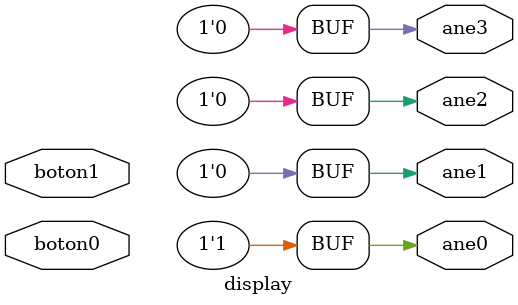
<source format=sv>
`timescale 1ns / 1ps

module display (boton0, boton1, ane3, ane2, ane1, ane0);

    input wire boton0;
    input wire boton1;
    output wire ane0;
    output wire ane1;
    output wire ane2;
    output wire ane3;
    
    //assign ane3 = boton0 | boton1;
    //assign ane2 = ~boton0 | boton1;
    //assign ane1 = boton0 | ~boton1;
    //assign ane0 = ~boton0 | ~boton1;
    
    assign ane3 = 0;
    assign ane2 = 0;
    assign ane1 = 0;
    assign ane0 = 1;
    
endmodule


</source>
